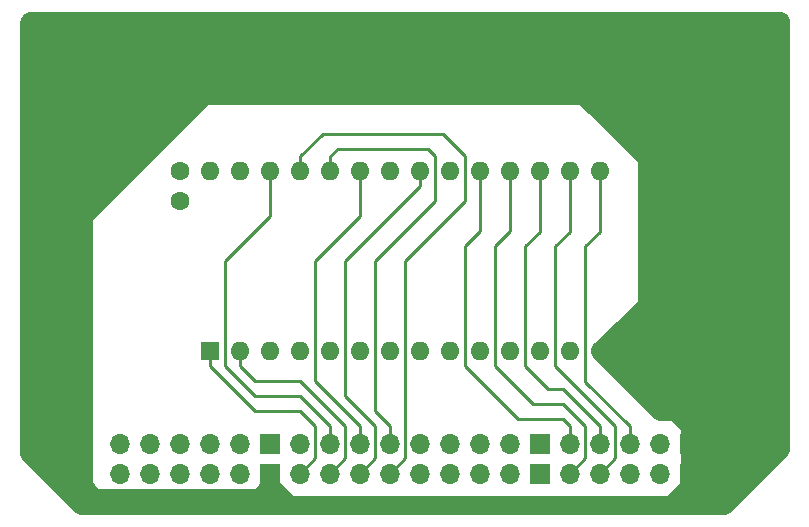
<source format=gbr>
%TF.GenerationSoftware,KiCad,Pcbnew,(5.1.10)-1*%
%TF.CreationDate,2022-08-09T19:56:00-06:00*%
%TF.ProjectId,storage,73746f72-6167-4652-9e6b-696361645f70,rev?*%
%TF.SameCoordinates,Original*%
%TF.FileFunction,Copper,L2,Bot*%
%TF.FilePolarity,Positive*%
%FSLAX46Y46*%
G04 Gerber Fmt 4.6, Leading zero omitted, Abs format (unit mm)*
G04 Created by KiCad (PCBNEW (5.1.10)-1) date 2022-08-09 19:56:00*
%MOMM*%
%LPD*%
G01*
G04 APERTURE LIST*
%TA.AperFunction,ComponentPad*%
%ADD10C,1.600000*%
%TD*%
%TA.AperFunction,ComponentPad*%
%ADD11R,1.600000X1.600000*%
%TD*%
%TA.AperFunction,ComponentPad*%
%ADD12O,1.600000X1.600000*%
%TD*%
%TA.AperFunction,ComponentPad*%
%ADD13O,1.700000X1.700000*%
%TD*%
%TA.AperFunction,ComponentPad*%
%ADD14R,1.700000X1.700000*%
%TD*%
%TA.AperFunction,Conductor*%
%ADD15C,0.250000*%
%TD*%
%TA.AperFunction,Conductor*%
%ADD16C,1.600000*%
%TD*%
%TA.AperFunction,Conductor*%
%ADD17C,2.500000*%
%TD*%
%TA.AperFunction,Conductor*%
%ADD18C,6.500000*%
%TD*%
G04 APERTURE END LIST*
D10*
%TO.P,0.1uf,2*%
%TO.N,N/C*%
X381635000Y-281900000D03*
%TO.P,0.1uf,1*%
X381635000Y-279400000D03*
%TD*%
D11*
%TO.P,28c256,1*%
%TO.N,N/C*%
X384172460Y-294640000D03*
D12*
%TO.P,28c256,15*%
X417192460Y-279400000D03*
%TO.P,28c256,2*%
X386712460Y-294640000D03*
%TO.P,28c256,16*%
X414652460Y-279400000D03*
%TO.P,28c256,3*%
X389252460Y-294640000D03*
%TO.P,28c256,17*%
X412112460Y-279400000D03*
%TO.P,28c256,4*%
X391792460Y-294640000D03*
%TO.P,28c256,18*%
X409572460Y-279400000D03*
%TO.P,28c256,5*%
X394332460Y-294640000D03*
%TO.P,28c256,19*%
X407032460Y-279400000D03*
%TO.P,28c256,6*%
X396872460Y-294640000D03*
%TO.P,28c256,20*%
X404492460Y-279400000D03*
%TO.P,28c256,7*%
X399412460Y-294640000D03*
%TO.P,28c256,21*%
X401952460Y-279400000D03*
%TO.P,28c256,8*%
X401952460Y-294640000D03*
%TO.P,28c256,22*%
X399412460Y-279400000D03*
%TO.P,28c256,9*%
X404492460Y-294640000D03*
%TO.P,28c256,23*%
X396872460Y-279400000D03*
%TO.P,28c256,10*%
X407032460Y-294640000D03*
%TO.P,28c256,24*%
X394332460Y-279400000D03*
%TO.P,28c256,11*%
X409572460Y-294640000D03*
%TO.P,28c256,25*%
X391792460Y-279400000D03*
%TO.P,28c256,12*%
X412112460Y-294640000D03*
%TO.P,28c256,26*%
X389252460Y-279400000D03*
%TO.P,28c256,13*%
X414652460Y-294640000D03*
%TO.P,28c256,27*%
X386712460Y-279400000D03*
%TO.P,28c256,14*%
X417192460Y-294640000D03*
%TO.P,28c256,28*%
X384172460Y-279400000D03*
%TD*%
D13*
%TO.P,20pin conn.,40*%
%TO.N,N/C*%
X376555000Y-304987960D03*
%TO.P,20pin conn.,39*%
X376555000Y-302447960D03*
%TO.P,20pin conn.,38*%
X379095000Y-304987960D03*
%TO.P,20pin conn.,37*%
X379095000Y-302447960D03*
%TO.P,20pin conn.,36*%
X381635000Y-304987960D03*
%TO.P,20pin conn.,35*%
X381635000Y-302447960D03*
%TO.P,20pin conn.,34*%
X384175000Y-304987960D03*
%TO.P,20pin conn.,33*%
X384175000Y-302447960D03*
%TO.P,20pin conn.,32*%
X386715000Y-304987960D03*
%TO.P,20pin conn.,31*%
X386715000Y-302447960D03*
D14*
%TO.P,20pin conn.,30*%
X389255000Y-304987960D03*
%TO.P,20pin conn.,29*%
X389255000Y-302447960D03*
D13*
%TO.P,20pin conn.,28*%
X391795000Y-304987960D03*
%TO.P,20pin conn.,27*%
X391795000Y-302447960D03*
%TO.P,20pin conn.,26*%
X394335000Y-304987960D03*
%TO.P,20pin conn.,25*%
X394335000Y-302447960D03*
%TO.P,20pin conn.,24*%
X396875000Y-304987960D03*
%TO.P,20pin conn.,23*%
X396875000Y-302447960D03*
%TO.P,20pin conn.,22*%
X399415000Y-304987960D03*
%TO.P,20pin conn.,21*%
X399415000Y-302447960D03*
%TO.P,20pin conn.,20*%
X401955000Y-304987960D03*
%TO.P,20pin conn.,19*%
X401955000Y-302447960D03*
%TO.P,20pin conn.,18*%
X404495000Y-304987960D03*
%TO.P,20pin conn.,17*%
X404495000Y-302447960D03*
%TO.P,20pin conn.,16*%
X407035000Y-304987960D03*
%TO.P,20pin conn.,15*%
X407035000Y-302447960D03*
%TO.P,20pin conn.,14*%
X409575000Y-304987960D03*
%TO.P,20pin conn.,13*%
X409575000Y-302447960D03*
D14*
%TO.P,20pin conn.,12*%
X412115000Y-304987960D03*
%TO.P,20pin conn.,11*%
X412115000Y-302447960D03*
D13*
%TO.P,20pin conn.,10*%
X414655000Y-304987960D03*
%TO.P,20pin conn.,9*%
X414655000Y-302447960D03*
%TO.P,20pin conn.,8*%
X417195000Y-304987960D03*
%TO.P,20pin conn.,7*%
X417195000Y-302447960D03*
%TO.P,20pin conn.,6*%
X419735000Y-304987960D03*
%TO.P,20pin conn.,5*%
X419735000Y-302447960D03*
%TO.P,20pin conn.,4*%
X422275000Y-304987960D03*
%TO.P,20pin conn.,3*%
X422275000Y-302447960D03*
D14*
%TO.P,20pin conn.,2*%
X424815000Y-304987960D03*
%TO.P,20pin conn.,1*%
X424815000Y-302447960D03*
%TD*%
D15*
%TO.N,*%
X417156900Y-279435560D02*
X417192460Y-279400000D01*
X417156900Y-284518100D02*
X417156900Y-279435560D01*
X415925000Y-285750000D02*
X417156900Y-284518100D01*
X415925000Y-297215560D02*
X415925000Y-285750000D01*
X419699440Y-300990000D02*
X415925000Y-297215560D01*
X419699440Y-302453040D02*
X419699440Y-300990000D01*
X414616900Y-279435560D02*
X414652460Y-279400000D01*
X414616900Y-284518100D02*
X414616900Y-279435560D01*
X413385000Y-285750000D02*
X414616900Y-284518100D01*
X418465000Y-300990000D02*
X413385000Y-295910000D01*
X418465000Y-303687480D02*
X418465000Y-300990000D01*
X413385000Y-295910000D02*
X413385000Y-285750000D01*
X417159440Y-304993040D02*
X418465000Y-303687480D01*
X401952460Y-280672540D02*
X401952460Y-279400000D01*
X395605000Y-287020000D02*
X401952460Y-280672540D01*
X395605000Y-298450000D02*
X395605000Y-287020000D01*
X398145000Y-300990000D02*
X395605000Y-298450000D01*
X398145000Y-303687480D02*
X398145000Y-300990000D01*
X396839440Y-304993040D02*
X398145000Y-303687480D01*
X396872460Y-283212540D02*
X396872460Y-279400000D01*
X393065000Y-287020000D02*
X396872460Y-283212540D01*
X393065000Y-297180000D02*
X393065000Y-287020000D01*
X396839440Y-300954440D02*
X393065000Y-297180000D01*
X396839440Y-302453040D02*
X396839440Y-300954440D01*
X398145000Y-287020000D02*
X398145000Y-299720000D01*
X403225000Y-281940000D02*
X398145000Y-287020000D01*
X402590000Y-277495000D02*
X403225000Y-278130000D01*
X394970000Y-277495000D02*
X402590000Y-277495000D01*
X398145000Y-299720000D02*
X399379440Y-300954440D01*
X403225000Y-278130000D02*
X403225000Y-281940000D01*
X394332460Y-278132540D02*
X394970000Y-277495000D01*
X399379440Y-300954440D02*
X399379440Y-302453040D01*
X394332460Y-279400000D02*
X394332460Y-278132540D01*
X391792460Y-278132540D02*
X391792460Y-279400000D01*
X393700000Y-276225000D02*
X391792460Y-278132540D01*
X403860000Y-276225000D02*
X393700000Y-276225000D01*
X405765000Y-278130000D02*
X403860000Y-276225000D01*
X405765000Y-281940000D02*
X405765000Y-278130000D01*
X400685000Y-287020000D02*
X405765000Y-281940000D01*
X400685000Y-303687480D02*
X400685000Y-287020000D01*
X399379440Y-304993040D02*
X400685000Y-303687480D01*
X411480000Y-299085000D02*
X408305000Y-295910000D01*
X409572460Y-284482540D02*
X409572460Y-279400000D01*
X408305000Y-295910000D02*
X408305000Y-285750000D01*
X414020000Y-299085000D02*
X411480000Y-299085000D01*
X415925000Y-300990000D02*
X414020000Y-299085000D01*
X415925000Y-303687480D02*
X415925000Y-300990000D01*
X408305000Y-285750000D02*
X409572460Y-284482540D01*
X414619440Y-304993040D02*
X415925000Y-303687480D01*
X412076900Y-279435560D02*
X412112460Y-279400000D01*
X412076900Y-284518100D02*
X412076900Y-279435560D01*
X410845000Y-295910000D02*
X410845000Y-285750000D01*
X414020000Y-297815000D02*
X412750000Y-297815000D01*
X417159440Y-300954440D02*
X414020000Y-297815000D01*
X410845000Y-285750000D02*
X412076900Y-284518100D01*
X412750000Y-297815000D02*
X410845000Y-295910000D01*
X417159440Y-302453040D02*
X417159440Y-300954440D01*
X407032460Y-284482540D02*
X407032460Y-279400000D01*
X405765000Y-285750000D02*
X407032460Y-284482540D01*
X405765000Y-295910000D02*
X405765000Y-285750000D01*
X410210000Y-300355000D02*
X405765000Y-295910000D01*
X414020000Y-300355000D02*
X410210000Y-300355000D01*
X414619440Y-300954440D02*
X414020000Y-300355000D01*
X414619440Y-302453040D02*
X414619440Y-300954440D01*
X389252460Y-283212540D02*
X389252460Y-279400000D01*
X385445000Y-287020000D02*
X389252460Y-283212540D01*
X385445000Y-295910000D02*
X385445000Y-287020000D01*
X387985000Y-298450000D02*
X385445000Y-295910000D01*
X391795000Y-298450000D02*
X387985000Y-298450000D01*
X394299440Y-300954440D02*
X391795000Y-298450000D01*
X394299440Y-302453040D02*
X394299440Y-300954440D01*
X387985000Y-297180000D02*
X386676900Y-295871900D01*
X391795000Y-297180000D02*
X387985000Y-297180000D01*
X395605000Y-300990000D02*
X391795000Y-297180000D01*
X395605000Y-303687480D02*
X395605000Y-300990000D01*
X386676900Y-295871900D02*
X386676900Y-294601900D01*
X394299440Y-304993040D02*
X395605000Y-303687480D01*
X387985000Y-299720000D02*
X384172460Y-295907460D01*
X384172460Y-295907460D02*
X384172460Y-294637460D01*
X391795000Y-299720000D02*
X387985000Y-299720000D01*
X393065000Y-300990000D02*
X391795000Y-299720000D01*
X393065000Y-303687480D02*
X393065000Y-300990000D01*
X391759440Y-304993040D02*
X393065000Y-303687480D01*
D16*
X389255000Y-306070000D02*
X389255000Y-304987960D01*
X373221348Y-307647950D02*
X387677050Y-307647950D01*
X368815010Y-303241612D02*
X373221348Y-307647950D01*
X368815010Y-266819990D02*
X368815010Y-303241612D01*
X368935000Y-266700000D02*
X368815010Y-266819990D01*
X432435000Y-302895000D02*
X432435000Y-266700000D01*
X432435000Y-266700000D02*
X368935000Y-266700000D01*
X424815000Y-304987960D02*
X430342040Y-304987960D01*
X388302500Y-307022500D02*
X374332500Y-307022500D01*
X387677050Y-307647950D02*
X388302500Y-307022500D01*
X388302500Y-307022500D02*
X389255000Y-306070000D01*
X374332500Y-307022500D02*
X373380000Y-306070000D01*
X373380000Y-306070000D02*
X373380000Y-267970000D01*
D17*
X370205000Y-302895000D02*
X371475000Y-304165000D01*
X370205000Y-267970000D02*
X370205000Y-302895000D01*
X372110000Y-285750000D02*
X372110000Y-283845000D01*
X372110000Y-267970000D02*
X372110000Y-285750000D01*
X372110000Y-285750000D02*
X372110000Y-305435000D01*
X372110000Y-283845000D02*
X383540000Y-272415000D01*
X383540000Y-272415000D02*
X417830000Y-272415000D01*
X421640000Y-295910000D02*
X429895000Y-304165000D01*
X426085000Y-304165000D02*
X426085000Y-302260000D01*
X427355000Y-304165000D02*
X427355000Y-302260000D01*
D18*
X426085000Y-295910000D02*
X426085000Y-269875000D01*
X429260000Y-299720000D02*
X429260000Y-269240000D01*
X429895000Y-300355000D02*
X429260000Y-299720000D01*
X427990000Y-270510000D02*
X429260000Y-269240000D01*
X375285000Y-270510000D02*
X427990000Y-270510000D01*
D17*
X420370000Y-272415000D02*
X424180000Y-276225000D01*
X372110000Y-281940000D02*
X383540000Y-270510000D01*
X372110000Y-280035000D02*
X383540000Y-268605000D01*
X369570000Y-278765000D02*
X381000000Y-267335000D01*
X371475000Y-279400000D02*
X382905000Y-267970000D01*
X415925000Y-272415000D02*
X421640000Y-278130000D01*
X416560000Y-271145000D02*
X422275000Y-276860000D01*
D16*
X418465000Y-294640000D02*
X424815000Y-300990000D01*
X417192460Y-294640000D02*
X418465000Y-294640000D01*
X424815000Y-302447960D02*
X424815000Y-300990000D01*
X424815000Y-304987960D02*
X424815000Y-302447960D01*
X421637460Y-290195000D02*
X421640000Y-290195000D01*
X417192460Y-294640000D02*
X421637460Y-290195000D01*
D17*
X421640000Y-290195000D02*
X421640000Y-295910000D01*
X421640000Y-276225000D02*
X421640000Y-290195000D01*
D16*
X417192460Y-294640000D02*
X422272460Y-299720000D01*
X422275000Y-299720000D02*
X423545000Y-299720000D01*
X418462460Y-294640000D02*
X422907460Y-290195000D01*
X419097460Y-295275000D02*
X423542460Y-290830000D01*
X419732460Y-295910000D02*
X424177460Y-291465000D01*
X389255000Y-306070000D02*
X390832950Y-307647950D01*
X390832950Y-307647950D02*
X423237050Y-307647950D01*
X424815000Y-306070000D02*
X424815000Y-304987960D01*
X423237050Y-307647950D02*
X424815000Y-306070000D01*
X427682050Y-307647950D02*
X430847500Y-304482500D01*
X423237050Y-307647950D02*
X427682050Y-307647950D01*
X430847500Y-304482500D02*
X432435000Y-302895000D01*
X430342040Y-304987960D02*
X430847500Y-304482500D01*
X424815000Y-306070000D02*
X428625000Y-306070000D01*
X387677050Y-307647950D02*
X390832950Y-307647950D01*
%TD*%
M02*

</source>
